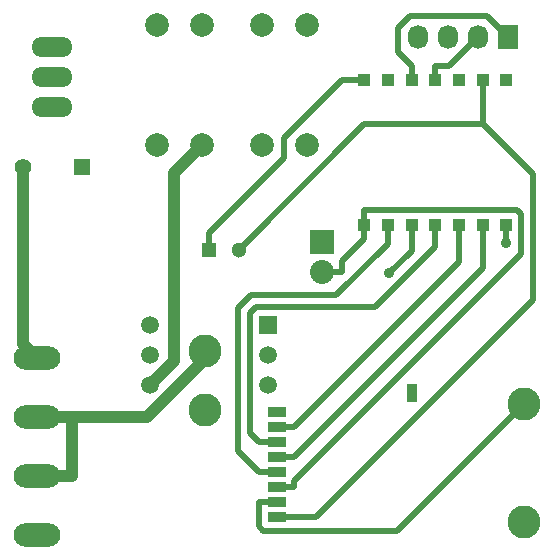
<source format=gbl>
G04 #@! TF.FileFunction,Copper,L2,Bot,Mixed*
%FSLAX46Y46*%
G04 Gerber Fmt 4.6, Leading zero omitted, Abs format (unit mm)*
G04 Created by KiCad (PCBNEW (2015-10-22 BZR 6274, Git d63c017)-product) date 25.10.2015 14:05:11*
%MOMM*%
G01*
G04 APERTURE LIST*
%ADD10C,0.150000*%
%ADD11R,1.300000X1.300000*%
%ADD12C,1.300000*%
%ADD13R,1.400000X1.400000*%
%ADD14C,1.400000*%
%ADD15R,1.501140X1.501140*%
%ADD16C,1.501140*%
%ADD17R,1.727200X2.032000*%
%ADD18O,1.727200X2.032000*%
%ADD19O,3.962400X1.981200*%
%ADD20R,1.000000X1.000000*%
%ADD21R,1.500000X0.900000*%
%ADD22R,0.900000X1.500000*%
%ADD23O,3.500120X1.699260*%
%ADD24C,1.998980*%
%ADD25R,2.032000X2.032000*%
%ADD26O,2.032000X2.032000*%
%ADD27C,2.799080*%
%ADD28C,0.889000*%
%ADD29C,0.500000*%
%ADD30C,1.000000*%
G04 APERTURE END LIST*
D10*
D11*
X184785000Y-139700000D03*
D12*
X187285000Y-139700000D03*
D13*
X173990000Y-132715000D03*
D14*
X168990000Y-132715000D03*
D15*
X189786260Y-146050000D03*
D16*
X189786260Y-148590000D03*
X189786260Y-151130000D03*
X179786280Y-151130000D03*
X179786280Y-148590000D03*
X179786280Y-146050000D03*
D17*
X210058000Y-121666000D03*
D18*
X207518000Y-121666000D03*
X204978000Y-121666000D03*
X202438000Y-121666000D03*
D19*
X170180000Y-163830000D03*
X170180000Y-158830000D03*
X170180000Y-148830000D03*
X170180000Y-153830000D03*
D20*
X197935000Y-137545000D03*
X199935000Y-137545000D03*
X201935000Y-137545000D03*
X203935000Y-137545000D03*
X205935000Y-137545000D03*
X207935000Y-137545000D03*
X209935000Y-137545000D03*
X197935000Y-125345000D03*
X199935000Y-125345000D03*
X201935000Y-125345000D03*
X203935000Y-125345000D03*
X205935000Y-125345000D03*
X207935000Y-125345000D03*
X209935000Y-125345000D03*
D21*
X190500000Y-162280000D03*
X190500000Y-161010000D03*
X190500000Y-159740000D03*
X190500000Y-158460000D03*
X190500000Y-157200000D03*
X190500000Y-155930000D03*
X190500000Y-154650000D03*
X190500000Y-153380000D03*
D22*
X202000000Y-151830000D03*
D23*
X171450000Y-125095000D03*
X171450000Y-127635000D03*
X171450000Y-122555000D03*
D24*
X184150000Y-130810000D03*
X184150000Y-120650000D03*
X193040000Y-130810000D03*
X193040000Y-120650000D03*
X180340000Y-120650000D03*
X180340000Y-130810000D03*
X189230000Y-120650000D03*
X189230000Y-130810000D03*
D25*
X194310000Y-139065000D03*
D26*
X194310000Y-141605000D03*
D27*
X184420000Y-148250000D03*
X184420000Y-153250000D03*
X211420000Y-162750000D03*
X211420000Y-152750000D03*
D28*
X209935000Y-139110200D03*
X200029100Y-141665300D03*
D29*
X200689600Y-163480400D02*
X211420000Y-152750000D01*
X189367300Y-163480400D02*
X200689600Y-163480400D01*
X188999700Y-163112800D02*
X189367300Y-163480400D01*
X188999700Y-161010000D02*
X188999700Y-163112800D01*
X190500000Y-161010000D02*
X188999700Y-161010000D01*
X196011500Y-125345000D02*
X197935000Y-125345000D01*
X191135000Y-130221500D02*
X196011500Y-125345000D01*
X191135000Y-131949700D02*
X191135000Y-130221500D01*
X184785000Y-138299700D02*
X191135000Y-131949700D01*
X184785000Y-139700000D02*
X184785000Y-138299700D01*
X197943000Y-129042000D02*
X187285000Y-139700000D01*
X207935000Y-129042000D02*
X197943000Y-129042000D01*
X212194400Y-133301400D02*
X207935000Y-129042000D01*
X212194400Y-143944600D02*
X212194400Y-133301400D01*
X193859000Y-162280000D02*
X212194400Y-143944600D01*
X190500000Y-162280000D02*
X193859000Y-162280000D01*
X207935000Y-129042000D02*
X207935000Y-125345000D01*
X209935000Y-137545000D02*
X209935000Y-138795300D01*
X209935000Y-138795300D02*
X209935000Y-139110200D01*
D30*
X168990000Y-147640000D02*
X168990000Y-132715000D01*
X170180000Y-148830000D02*
X168990000Y-147640000D01*
D29*
X201935000Y-139759400D02*
X200029100Y-141665300D01*
X201935000Y-137545000D02*
X201935000Y-139759400D01*
D30*
X181778700Y-149137600D02*
X179786300Y-151130000D01*
X181778700Y-133181300D02*
X181778700Y-149137600D01*
X184150000Y-130810000D02*
X181778700Y-133181300D01*
D29*
X196076300Y-140654000D02*
X197935000Y-138795300D01*
X196076300Y-141605000D02*
X196076300Y-140654000D01*
X194310000Y-141605000D02*
X196076300Y-141605000D01*
X197935000Y-137545000D02*
X197935000Y-138795300D01*
X210830400Y-136294700D02*
X197935000Y-136294700D01*
X211185400Y-136649700D02*
X210830400Y-136294700D01*
X211185400Y-140083000D02*
X211185400Y-136649700D01*
X192000300Y-159268100D02*
X211185400Y-140083000D01*
X192000300Y-159740000D02*
X192000300Y-159268100D01*
X190500000Y-159740000D02*
X192000300Y-159740000D01*
X197935000Y-137545000D02*
X197935000Y-136294700D01*
X208291300Y-119899300D02*
X210058000Y-121666000D01*
X201769700Y-119899300D02*
X208291300Y-119899300D01*
X200771300Y-120897700D02*
X201769700Y-119899300D01*
X200771300Y-122931000D02*
X200771300Y-120897700D01*
X201935000Y-124094700D02*
X200771300Y-122931000D01*
X201935000Y-125345000D02*
X201935000Y-124094700D01*
X205089300Y-124094700D02*
X207518000Y-121666000D01*
X203935000Y-124094700D02*
X205089300Y-124094700D01*
X203935000Y-125345000D02*
X203935000Y-124094700D01*
D30*
X170180000Y-158830000D02*
X173161500Y-158830000D01*
X173161500Y-153830000D02*
X173161500Y-158830000D01*
X179562700Y-153830000D02*
X173161500Y-153830000D01*
X184420000Y-148972700D02*
X179562700Y-153830000D01*
X184420000Y-148250000D02*
X184420000Y-148972700D01*
X173161500Y-153830000D02*
X170180000Y-153830000D01*
D29*
X199935000Y-139164500D02*
X199935000Y-137545000D01*
X195550800Y-143548700D02*
X199935000Y-139164500D01*
X188292900Y-143548700D02*
X195550800Y-143548700D01*
X187256400Y-144585200D02*
X188292900Y-143548700D01*
X187256400Y-156716700D02*
X187256400Y-144585200D01*
X188999700Y-158460000D02*
X187256400Y-156716700D01*
X190500000Y-158460000D02*
X188999700Y-158460000D01*
X190500000Y-155930000D02*
X188999700Y-155930000D01*
X203935000Y-137545000D02*
X203935000Y-138795300D01*
X203935000Y-139467200D02*
X203935000Y-138795300D01*
X198853100Y-144549100D02*
X203935000Y-139467200D01*
X188716500Y-144549100D02*
X198853100Y-144549100D01*
X188256800Y-145008800D02*
X188716500Y-144549100D01*
X188256800Y-155187100D02*
X188256800Y-145008800D01*
X188999700Y-155930000D02*
X188256800Y-155187100D01*
X205935000Y-140715300D02*
X205935000Y-137545000D01*
X192000300Y-154650000D02*
X205935000Y-140715300D01*
X190500000Y-154650000D02*
X192000300Y-154650000D01*
X190500000Y-157200000D02*
X192000300Y-157200000D01*
X207935000Y-141265300D02*
X192000300Y-157200000D01*
X207935000Y-137545000D02*
X207935000Y-141265300D01*
M02*

</source>
